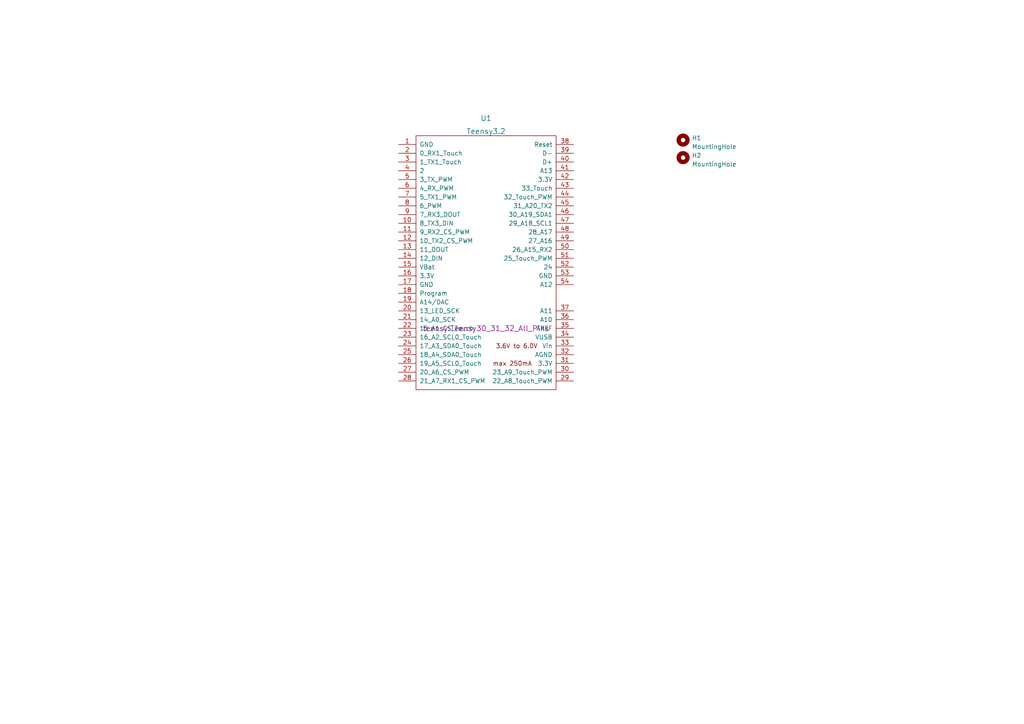
<source format=kicad_sch>
(kicad_sch (version 20230121) (generator eeschema)
  (paper "A4")
  (lib_symbols
    (symbol "Mechanical:MountingHole" (pin_names (offset 1.016))
      (property "Reference" "H" (at 0 5.08 0))
      (property "Value" "MountingHole" (at 0 3.175 0))
      (symbol "MountingHole_0_1"
        (circle (center 0 0) (radius 1.27) (stroke (width 1.27)))
      )
    )
    (symbol "teensy:Teensy3.2" (pin_names (offset 1.016))
      (property "Reference" "U" (at 0 39.37 0))
      (property "Value" "Teensy3.2" (at 0 -39.37 0))
      (symbol "Teensy3.2_0_0"
        (text "3.6V to 6.0V" (at 8.89 -24.13 0) (effects (font (size 1.27 1.27))))
        (text "max 250mA" (at 7.62 -29.21 0) (effects (font (size 1.27 1.27))))
      )
      (symbol "Teensy3.2_0_1"
        (rectangle (start -20.32 -36.83) (end 20.32 36.83))
      )
      (symbol "Teensy3.2_1_1"
        (pin power_in line (at -25.4 34.29 0) (length 5.08) (name "GND") (number "1"))
        (pin bidirectional line (at -25.4 11.43 0) (length 5.08) (name "8_TX3_DIN") (number "10"))
        (pin bidirectional line (at -25.4 8.89 0) (length 5.08) (name "9_RX2_CS_PWM") (number "11"))
        (pin bidirectional line (at -25.4 6.35 0) (length 5.08) (name "10_TX2_CS_PWM") (number "12"))
        (pin bidirectional line (at -25.4 3.81 0) (length 5.08) (name "11_DOUT") (number "13"))
        (pin bidirectional line (at -25.4 1.27 0) (length 5.08) (name "12_DIN") (number "14"))
        (pin power_in line (at -25.4 -1.27 0) (length 5.08) (name "VBat") (number "15"))
        (pin power_out line (at -25.4 -3.81 0) (length 5.08) (name "3.3V") (number "16"))
        (pin power_in line (at -25.4 -6.35 0) (length 5.08) (name "GND") (number "17"))
        (pin input line (at -25.4 -8.89 0) (length 5.08) (name "Program") (number "18"))
        (pin bidirectional line (at -25.4 -11.43 0) (length 5.08) (name "A14/DAC") (number "19"))
        (pin bidirectional line (at -25.4 31.75 0) (length 5.08) (name "0_RX1_Touch") (number "2"))
        (pin bidirectional line (at -25.4 -13.97 0) (length 5.08) (name "13_LED_SCK") (number "20"))
        (pin bidirectional line (at -25.4 -16.51 0) (length 5.08) (name "14_A0_SCK") (number "21"))
        (pin bidirectional line (at -25.4 -19.05 0) (length 5.08) (name "15_A1_CS_Touch") (number "22"))
        (pin bidirectional line (at -25.4 -21.59 0) (length 5.08) (name "16_A2_SCL0_Touch") (number "23"))
        (pin bidirectional line (at -25.4 -24.13 0) (length 5.08) (name "17_A3_SDA0_Touch") (number "24"))
        (pin bidirectional line (at -25.4 -26.67 0) (length 5.08) (name "18_A4_SDA0_Touch") (number "25"))
        (pin bidirectional line (at -25.4 -29.21 0) (length 5.08) (name "19_A5_SCL0_Touch") (number "26"))
        (pin bidirectional line (at -25.4 -31.75 0) (length 5.08) (name "20_A6_CS_PWM") (number "27"))
        (pin bidirectional line (at -25.4 -34.29 0) (length 5.08) (name "21_A7_RX1_CS_PWM") (number "28"))
        (pin bidirectional line (at 25.4 -34.29 180) (length 5.08) (name "22_A8_Touch_PWM") (number "29"))
        (pin bidirectional line (at -25.4 29.21 0) (length 5.08) (name "1_TX1_Touch") (number "3"))
        (pin bidirectional line (at 25.4 -31.75 180) (length 5.08) (name "23_A9_Touch_PWM") (number "30"))
        (pin power_out line (at 25.4 -29.21 180) (length 5.08) (name "3.3V") (number "31"))
        (pin power_out line (at 25.4 -26.67 180) (length 5.08) (name "AGND") (number "32"))
        (pin power_in line (at 25.4 -24.13 180) (length 5.08) (name "Vin") (number "33"))
        (pin power_in line (at 25.4 -21.59 180) (length 5.08) (name "VUSB") (number "34"))
        (pin input line (at 25.4 -19.05 180) (length 5.08) (name "AREF") (number "35"))
        (pin bidirectional line (at 25.4 -16.51 180) (length 5.08) (name "A10") (number "36"))
        (pin bidirectional line (at 25.4 -13.97 180) (length 5.08) (name "A11") (number "37"))
        (pin input line (at 25.4 34.29 180) (length 5.08) (name "Reset") (number "38"))
        (pin bidirectional line (at 25.4 31.75 180) (length 5.08) (name "D-") (number "39"))
        (pin bidirectional line (at -25.4 26.67 0) (length 5.08) (name "2") (number "4"))
        (pin bidirectional line (at 25.4 29.21 180) (length 5.08) (name "D+") (number "40"))
        (pin bidirectional line (at 25.4 26.67 180) (length 5.08) (name "A13") (number "41"))
        (pin power_out line (at 25.4 24.13 180) (length 5.08) (name "3.3V") (number "42"))
        (pin bidirectional line (at 25.4 21.59 180) (length 5.08) (name "33_Touch") (number "43"))
        (pin bidirectional line (at 25.4 19.05 180) (length 5.08) (name "32_Touch_PWM") (number "44"))
        (pin bidirectional line (at 25.4 16.51 180) (length 5.08) (name "31_A20_TX2") (number "45"))
        (pin bidirectional line (at 25.4 13.97 180) (length 5.08) (name "30_A19_SDA1") (number "46"))
        (pin bidirectional line (at 25.4 11.43 180) (length 5.08) (name "29_A18_SCL1") (number "47"))
        (pin bidirectional line (at 25.4 8.89 180) (length 5.08) (name "28_A17") (number "48"))
        (pin bidirectional line (at 25.4 6.35 180) (length 5.08) (name "27_A16") (number "49"))
        (pin bidirectional line (at -25.4 24.13 0) (length 5.08) (name "3_TX_PWM") (number "5"))
        (pin bidirectional line (at 25.4 3.81 180) (length 5.08) (name "26_A15_RX2") (number "50"))
        (pin bidirectional line (at 25.4 1.27 180) (length 5.08) (name "25_Touch_PWM") (number "51"))
        (pin bidirectional line (at 25.4 -1.27 180) (length 5.08) (name "24") (number "52"))
        (pin power_in line (at 25.4 -3.81 180) (length 5.08) (name "GND") (number "53"))
        (pin bidirectional line (at 25.4 -6.35 180) (length 5.08) (name "A12") (number "54"))
        (pin bidirectional line (at -25.4 21.59 0) (length 5.08) (name "4_RX_PWM") (number "6"))
        (pin bidirectional line (at -25.4 19.05 0) (length 5.08) (name "5_TX1_PWM") (number "7"))
        (pin bidirectional line (at -25.4 16.51 0) (length 5.08) (name "6_PWM") (number "8"))
        (pin bidirectional line (at -25.4 13.97 0) (length 5.08) (name "7_RX3_DOUT") (number "9"))
      )
    )
  )
  (symbol (lib_id "teensy:Teensy3.2") (at 140.97 76.2 0) (unit 1)
    (property "Reference" "U1" (at 140.97 34.29 0) (effects (font (size 1.524 1.524))))
    (property "Value" "Teensy3.2" (at 140.97 38.1 0) (effects (font (size 1.524 1.524))))
    (property "Footprint" "teensy:Teensy30_31_32_All_Pins" (at 140.97 95.25 0) (effects (font (size 1.524 1.524))))
  )
  (symbol (lib_id "Mechanical:MountingHole") (at 198.12 45.72 0) (unit 1)
    (property "Reference" "H2" (at 200.66 45.085 0) (effects (justify left)))
    (property "Value" "MountingHole" (at 200.66 47.625 0) (effects (justify left)))
    (property "Footprint" "MountingHole:MountingHole_3.2mm_M3" (effects hide))
  )
  (symbol (lib_id "Mechanical:MountingHole") (at 198.12 40.64 0) (unit 1)
    (property "Reference" "H1" (at 200.66 40.005 0) (effects (justify left)))
    (property "Value" "MountingHole" (at 200.66 42.545 0) (effects (justify left)))
    (property "Footprint" "MountingHole:MountingHole_3.2mm_M3" (effects hide))
  )
)
</source>
